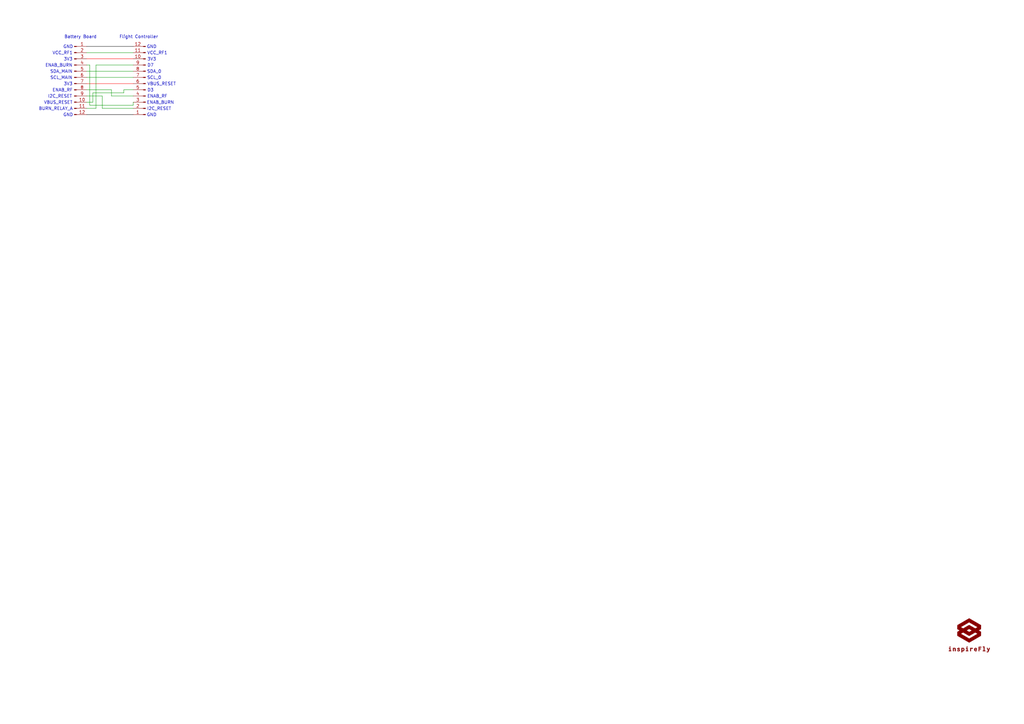
<source format=kicad_sch>
(kicad_sch (version 20231120) (generator "eeschema") (generator_version "8.0")
  (paper "A3")
  (title_block (title "inspireFly Payload Board") (date "2024-01-24") (rev "0.7.3") (company "Author(s): Larsen Van Offeren, Alek Salvetti Tim McEvoy"))
  (lib_symbols
    (symbol "Connector:Conn_01x12_Pin" (pin_names (offset 1.016) hide)
      (property "Reference" "J" (at 0 15.24 0))
      (property "Value" "Conn_01x12_Pin" (at 0 -17.78 0))
      (symbol "Conn_01x12_Pin_1_1"
        (polyline (pts (xy 1.27 -15.24) (xy 0.8636 -15.24)) (stroke (width 0.1524)))
        (polyline (pts (xy 1.27 -12.7) (xy 0.8636 -12.7)) (stroke (width 0.1524)))
        (polyline (pts (xy 1.27 -10.16) (xy 0.8636 -10.16)) (stroke (width 0.1524)))
        (polyline (pts (xy 1.27 -7.62) (xy 0.8636 -7.62)) (stroke (width 0.1524)))
        (polyline (pts (xy 1.27 -5.08) (xy 0.8636 -5.08)) (stroke (width 0.1524)))
        (polyline (pts (xy 1.27 -2.54) (xy 0.8636 -2.54)) (stroke (width 0.1524)))
        (polyline (pts (xy 1.27 0) (xy 0.8636 0)) (stroke (width 0.1524)))
        (polyline (pts (xy 1.27 2.54) (xy 0.8636 2.54)) (stroke (width 0.1524)))
        (polyline (pts (xy 1.27 5.08) (xy 0.8636 5.08)) (stroke (width 0.1524)))
        (polyline (pts (xy 1.27 7.62) (xy 0.8636 7.62)) (stroke (width 0.1524)))
        (polyline (pts (xy 1.27 10.16) (xy 0.8636 10.16)) (stroke (width 0.1524)))
        (polyline (pts (xy 1.27 12.7) (xy 0.8636 12.7)) (stroke (width 0.1524)))
        (rectangle (start 0.8636 -15.113) (end 0 -15.367) (stroke (width 0.1524)) (fill (type outline)))
        (rectangle (start 0.8636 -12.573) (end 0 -12.827) (stroke (width 0.1524)) (fill (type outline)))
        (rectangle (start 0.8636 -10.033) (end 0 -10.287) (stroke (width 0.1524)) (fill (type outline)))
        (rectangle (start 0.8636 -7.493) (end 0 -7.747) (stroke (width 0.1524)) (fill (type outline)))
        (rectangle (start 0.8636 -4.953) (end 0 -5.207) (stroke (width 0.1524)) (fill (type outline)))
        (rectangle (start 0.8636 -2.413) (end 0 -2.667) (stroke (width 0.1524)) (fill (type outline)))
        (rectangle (start 0.8636 0.127) (end 0 -0.127) (stroke (width 0.1524)) (fill (type outline)))
        (rectangle (start 0.8636 2.667) (end 0 2.413) (stroke (width 0.1524)) (fill (type outline)))
        (rectangle (start 0.8636 5.207) (end 0 4.953) (stroke (width 0.1524)) (fill (type outline)))
        (rectangle (start 0.8636 7.747) (end 0 7.493) (stroke (width 0.1524)) (fill (type outline)))
        (rectangle (start 0.8636 10.287) (end 0 10.033) (stroke (width 0.1524)) (fill (type outline)))
        (rectangle (start 0.8636 12.827) (end 0 12.573) (stroke (width 0.1524)) (fill (type outline)))
        (pin passive line (at 5.08 12.7 180) (length 3.81) (name "Pin_1") (number "1"))
        (pin passive line (at 5.08 -10.16 180) (length 3.81) (name "Pin_10") (number "10"))
        (pin passive line (at 5.08 -12.7 180) (length 3.81) (name "Pin_11") (number "11"))
        (pin passive line (at 5.08 -15.24 180) (length 3.81) (name "Pin_12") (number "12"))
        (pin passive line (at 5.08 10.16 180) (length 3.81) (name "Pin_2") (number "2"))
        (pin passive line (at 5.08 7.62 180) (length 3.81) (name "Pin_3") (number "3"))
        (pin passive line (at 5.08 5.08 180) (length 3.81) (name "Pin_4") (number "4"))
        (pin passive line (at 5.08 2.54 180) (length 3.81) (name "Pin_5") (number "5"))
        (pin passive line (at 5.08 0 180) (length 3.81) (name "Pin_6") (number "6"))
        (pin passive line (at 5.08 -2.54 180) (length 3.81) (name "Pin_7") (number "7"))
        (pin passive line (at 5.08 -5.08 180) (length 3.81) (name "Pin_8") (number "8"))
        (pin passive line (at 5.08 -7.62 180) (length 3.81) (name "Pin_9") (number "9"))
      )
    )
    (symbol "PayloadBoard:inspireFlylogo25mm" (pin_names (offset 1.016))
      (symbol "inspireFlylogo25mm_0_0"
        (polyline (pts (xy -7.8042 -5.1567) (xy -7.7288 -5.1066) (xy -7.6865 -5.0518) (xy -7.6679 -4.98) (xy -7.6789 -4.9245) (xy -7.7218 -4.8583) (xy -7.7869 -4.8107) (xy -7.8631 -4.7925) (xy -7.9081 -4.7969) (xy -7.9843 -4.8311) (xy -8.0344 -4.8941) (xy -8.0525 -4.98) (xy -8.0508 -5.0185) (xy -8.0347 -5.0725) (xy -7.9945 -5.1176) (xy -7.9666 -5.1383) (xy -7.8859 -5.1674) (xy -7.8042 -5.1567)) (stroke (width 0.01)) (fill (type outline)))
        (polyline (pts (xy -0.803 -5.1567) (xy -0.7277 -5.1066) (xy -0.6854 -5.0518) (xy -0.6668 -4.98) (xy -0.6777 -4.9245) (xy -0.7207 -4.8583) (xy -0.7858 -4.8107) (xy -0.862 -4.7925) (xy -0.907 -4.7969) (xy -0.9831 -4.8311) (xy -1.0333 -4.8941) (xy -1.0513 -4.98) (xy -1.0496 -5.0185) (xy -1.0335 -5.0725) (xy -0.9933 -5.1176) (xy -0.9654 -5.1383) (xy -0.8848 -5.1674) (xy -0.803 -5.1567)) (stroke (width 0.01)) (fill (type outline)))
        (polyline (pts (xy -7.397 -6.5844) (xy -7.397 -6.4594) (xy -7.5429 -6.4594) (xy -7.6888 -6.4594) (xy -7.6888 -5.9281) (xy -7.6888 -5.3967) (xy -7.9909 -5.3967) (xy -8.293 -5.3967) (xy -8.293 -5.5217) (xy -8.293 -5.6468) (xy -8.1472 -5.6468) (xy -8.0013 -5.6468) (xy -8.0013 -6.0531) (xy -8.0013 -6.4594) (xy -8.1576 -6.4594) (xy -8.3139 -6.4594) (xy -8.3139 -6.5844) (xy -8.3139 -6.7094) (xy -7.8555 -6.7094) (xy -7.397 -6.7094) (xy -7.397 -6.5844)) (stroke (width 0.01)) (fill (type outline)))
        (polyline (pts (xy -0.3959 -6.5844) (xy -0.3959 -6.4594) (xy -0.5418 -6.4594) (xy -0.6876 -6.4594) (xy -0.6876 -5.9281) (xy -0.6876 -5.3967) (xy -0.9897 -5.3967) (xy -1.2919 -5.3967) (xy -1.2919 -5.5217) (xy -1.2919 -5.6468) (xy -1.146 -5.6468) (xy -1.0002 -5.6468) (xy -1.0002 -6.0531) (xy -1.0002 -6.4594) (xy -1.1564 -6.4594) (xy -1.3127 -6.4594) (xy -1.3127 -6.5844) (xy -1.3127 -6.7094) (xy -0.8543 -6.7094) (xy -0.3959 -6.7094) (xy -0.3959 -6.5844)) (stroke (width 0.01)) (fill (type outline)))
        (polyline (pts (xy 6.1203 -6.7046) (xy 6.6356 -6.699) (xy 6.637 -6.5792) (xy 6.6383 -6.4594) (xy 6.4551 -6.4594) (xy 6.2719 -6.4594) (xy 6.2719 -5.6363) (xy 6.2719 -4.8133) (xy 5.9489 -4.8133) (xy 5.6259 -4.8133) (xy 5.6259 -4.9383) (xy 5.6259 -5.0633) (xy 5.7926 -5.0633) (xy 5.9593 -5.0633) (xy 5.9593 -5.7614) (xy 5.9593 -6.4594) (xy 5.7822 -6.4594) (xy 5.6051 -6.4594) (xy 5.6051 -6.5848) (xy 5.6051 -6.7102) (xy 6.1203 -6.7046)) (stroke (width 0.01)) (fill (type outline)))
        (polyline (pts (xy 4.1674 -6.3003) (xy 4.1674 -5.8968) (xy 4.4799 -5.8968) (xy 4.7925 -5.8968) (xy 4.7925 -5.7718) (xy 4.7925 -5.6468) (xy 4.4799 -5.6468) (xy 4.1674 -5.6468) (xy 4.1674 -5.4384) (xy 4.1674 -5.23) (xy 4.5528 -5.23) (xy 4.9383 -5.23) (xy 4.9383 -5.0946) (xy 4.9383 -4.9591) (xy 4.3966 -4.9591) (xy 3.8548 -4.9591) (xy 3.8548 -5.8204) (xy 3.8549 -5.907) (xy 3.8553 -6.0868) (xy 3.8562 -6.2515) (xy 3.8575 -6.3966) (xy 3.8592 -6.5176) (xy 3.8611 -6.6102) (xy 3.8632 -6.6699) (xy 3.8656 -6.6924) (xy 3.8659 -6.6927) (xy 3.8922 -6.698) (xy 3.9481 -6.7019) (xy 4.0218 -6.7035) (xy 4.1674 -6.7038) (xy 4.1674 -6.3003)) (stroke (width 0.01)) (fill (type outline)))
        (polyline (pts (xy 0.7294 -6.35) (xy 0.7298 -6.2647) (xy 0.7328 -6.1207) (xy 0.74 -6.0092) (xy 0.7522 -5.9238) (xy 0.7706 -5.8586) (xy 0.7963 -5.8074) (xy 0.8302 -5.764) (xy 0.8913 -5.7116) (xy 0.9839 -5.667) (xy 1.0814 -5.6509) (xy 1.1746 -5.6631) (xy 1.2548 -5.7036) (xy 1.3129 -5.7721) (xy 1.3201 -5.7843) (xy 1.333 -5.7932) (xy 1.3491 -5.7798) (xy 1.3729 -5.7387) (xy 1.4092 -5.6648) (xy 1.4818 -5.5133) (xy 1.4337 -5.4765) (xy 1.4121 -5.4609) (xy 1.2962 -5.4046) (xy 1.1692 -5.3797) (xy 1.0411 -5.386) (xy 0.9217 -5.4233) (xy 0.8208 -5.4913) (xy 0.7929 -5.5171) (xy 0.7549 -5.5504) (xy 0.7368 -5.5634) (xy 0.7351 -5.5613) (xy 0.731 -5.5323) (xy 0.7293 -5.4801) (xy 0.7293 -5.3967) (xy 0.573 -5.3967) (xy 0.4167 -5.3967) (xy 0.4167 -6.0531) (xy 0.4167 -6.7094) (xy 0.573 -6.7094) (xy 0.7293 -6.7094) (xy 0.7294 -6.35)) (stroke (width 0.01)) (fill (type outline)))
        (polyline (pts (xy -6.3344 -6.2712) (xy -6.3343 -6.2199) (xy -6.333 -6.0667) (xy -6.3297 -5.9491) (xy -6.3242 -5.8626) (xy -6.3163 -5.8025) (xy -6.3057 -5.7643) (xy -6.2983 -5.7489) (xy -6.2445 -5.6869) (xy -6.169 -5.647) (xy -6.084 -5.6316) (xy -6.0013 -5.6432) (xy -5.933 -5.6846) (xy -5.912 -5.7106) (xy -5.8922 -5.7516) (xy -5.8775 -5.8084) (xy -5.8671 -5.8864) (xy -5.8605 -5.9905) (xy -5.8568 -6.1259) (xy -5.8556 -6.2979) (xy -5.8551 -6.7094) (xy -5.6989 -6.7094) (xy -5.5426 -6.7094) (xy -5.5426 -6.2658) (xy -5.5427 -6.201) (xy -5.5459 -6.0106) (xy -5.5542 -5.8558) (xy -5.5689 -5.732) (xy -5.5913 -5.6346) (xy -5.6227 -5.5589) (xy -5.6645 -5.5004) (xy -5.7178 -5.4545) (xy -5.7841 -5.4166) (xy -5.852 -5.3915) (xy -5.9776 -5.3777) (xy -6.1074 -5.3996) (xy -6.2323 -5.4566) (xy -6.3344 -5.52) (xy -6.3344 -5.4584) (xy -6.3344 -5.3967) (xy -6.4906 -5.3967) (xy -6.6469 -5.3967) (xy -6.6469 -6.0531) (xy -6.6469 -6.7094) (xy -6.4906 -6.7094) (xy -6.3344 -6.7094) (xy -6.3344 -6.2712)) (stroke (width 0.01)) (fill (type outline)))
        (polyline (pts (xy 2.8093 -6.7347) (xy 2.9506 -6.6841) (xy 3.0732 -6.5997) (xy 3.1702 -6.5115) (xy 3.0883 -6.432) (xy 3.0064 -6.3525) (xy 2.9295 -6.4047) (xy 2.8841 -6.4329) (xy 2.7628 -6.4833) (xy 2.6478 -6.497) (xy 2.5438 -6.4754) (xy 2.4556 -6.4202) (xy 2.3877 -6.3327) (xy 2.345 -6.2146) (xy 2.3304 -6.1468) (xy 2.7592 -6.1468) (xy 3.188 -6.1468) (xy 3.188 -5.9943) (xy 3.1875 -5.9577) (xy 3.1695 -5.8051) (xy 3.1242 -5.6768) (xy 3.0492 -5.5651) (xy 3.008 -5.522) (xy 2.8901 -5.4385) (xy 2.7545 -5.3904) (xy 2.6059 -5.3792) (xy 2.4493 -5.406) (xy 2.333 -5.4588) (xy 2.2242 -5.5427) (xy 2.1348 -5.6472) (xy 2.0758 -5.7615) (xy 2.0728 -5.7704) (xy 2.0512 -5.8607) (xy 2.3508 -5.8607) (xy 2.365 -5.8153) (xy 2.3964 -5.7505) (xy 2.447 -5.6801) (xy 2.5266 -5.6248) (xy 2.6192 -5.6052) (xy 2.6516 -5.6081) (xy 2.7347 -5.6405) (xy 2.8063 -5.7007) (xy 2.8565 -5.7787) (xy 2.8755 -5.8645) (xy 2.8755 -5.9176) (xy 2.615 -5.9176) (xy 2.5556 -5.9175) (xy 2.4562 -5.9152) (xy 2.3919 -5.9072) (xy 2.3583 -5.8902) (xy 2.3508 -5.8607) (xy 2.0512 -5.8607) (xy 2.0302 -5.9484) (xy 2.0223 -6.1193) (xy 2.0476 -6.2788) (xy 2.1042 -6.4223) (xy 2.1904 -6.5454) (xy 2.3045 -6.6436) (xy 2.4448 -6.7125) (xy 2.5002 -6.7291) (xy 2.6567 -6.7502) (xy 2.8093 -6.7347)) (stroke (width 0.01)) (fill (type outline)))
        (polyline (pts (xy -2.8546 -6.8616) (xy -2.8546 -6.5554) (xy -2.7869 -6.6207) (xy -2.7283 -6.6689) (xy -2.6225 -6.7183) (xy -2.5035 -6.73) (xy -2.3675 -6.7046) (xy -2.3629 -6.7032) (xy -2.2688 -6.655) (xy -2.1778 -6.5766) (xy -2.0998 -6.4782) (xy -2.0447 -6.3701) (xy -2.0207 -6.2841) (xy -2.0019 -6.1474) (xy -1.9991 -6.0017) (xy -2.0123 -5.8628) (xy -2.0416 -5.7465) (xy -2.0525 -5.7191) (xy -2.1248 -5.5922) (xy -2.219 -5.4919) (xy -2.3295 -5.4213) (xy -2.4504 -5.3831) (xy -2.5761 -5.3803) (xy -2.7008 -5.4158) (xy -2.7207 -5.4256) (xy -2.7802 -5.4642) (xy -2.8206 -5.5033) (xy -2.8546 -5.5518) (xy -2.8546 -5.4743) (xy -2.8546 -5.3967) (xy -3.0109 -5.3967) (xy -3.1672 -5.3967) (xy -3.1672 -6.0536) (xy -2.8371 -6.0536) (xy -2.8337 -5.9542) (xy -2.8233 -5.8745) (xy -2.8218 -5.8675) (xy -2.7815 -5.7583) (xy -2.7205 -5.6801) (xy -2.6432 -5.6354) (xy -2.5543 -5.627) (xy -2.4581 -5.6575) (xy -2.4079 -5.6909) (xy -2.3673 -5.7414) (xy -2.3412 -5.8123) (xy -2.3274 -5.9104) (xy -2.3233 -6.0427) (xy -2.327 -6.1701) (xy -2.3402 -6.2683) (xy -2.3657 -6.3407) (xy -2.4064 -6.3952) (xy -2.465 -6.4394) (xy -2.5196 -6.4647) (xy -2.6104 -6.4753) (xy -2.695 -6.4499) (xy -2.7652 -6.3917) (xy -2.8127 -6.3039) (xy -2.8249 -6.2481) (xy -2.834 -6.1569) (xy -2.8371 -6.0536) (xy -3.1672 -6.0536) (xy -3.1672 -6.2823) (xy -3.1672 -7.1678) (xy -3.0109 -7.1678) (xy -2.8546 -7.1678) (xy -2.8546 -6.8616)) (stroke (width 0.01)) (fill (type outline)))
        (polyline (pts (xy -4.2261 -6.7433) (xy -4.1444 -6.7267) (xy -4.0495 -6.684) (xy -3.9408 -6.6046) (xy -3.8616 -6.5071) (xy -3.8511 -6.4887) (xy -3.8248 -6.4304) (xy -3.8149 -6.3715) (xy -3.8172 -6.2919) (xy -3.818 -6.2819) (xy -3.8284 -6.2055) (xy -3.8489 -6.1523) (xy -3.8856 -6.1057) (xy -3.9283 -6.0726) (xy -3.9957 -6.0324) (xy -4.0756 -5.9909) (xy -4.1562 -5.9541) (xy -4.2255 -5.9277) (xy -4.2714 -5.9176) (xy -4.2927 -5.9124) (xy -4.3431 -5.8931) (xy -4.4072 -5.8645) (xy -4.4738 -5.8278) (xy -4.525 -5.7804) (xy -4.5355 -5.7329) (xy -4.506 -5.6844) (xy -4.4812 -5.6646) (xy -4.4045 -5.636) (xy -4.3123 -5.6321) (xy -4.2157 -5.6514) (xy -4.1261 -5.6922) (xy -4.0545 -5.7526) (xy -4.003 -5.8138) (xy -3.9525 -5.7459) (xy -3.9474 -5.7391) (xy -3.9035 -5.6773) (xy -3.8661 -5.6215) (xy -3.8302 -5.5649) (xy -3.931 -5.5008) (xy -3.9988 -5.4623) (xy -4.138 -5.4076) (xy -4.279 -5.3807) (xy -4.4162 -5.3801) (xy -4.5439 -5.4045) (xy -4.6567 -5.4524) (xy -4.7488 -5.5226) (xy -4.8146 -5.6136) (xy -4.8485 -5.7242) (xy -4.8517 -5.7658) (xy -4.8369 -5.8608) (xy -4.7882 -5.9443) (xy -4.7037 -6.0184) (xy -4.5814 -6.0847) (xy -4.4195 -6.1451) (xy -4.3043 -6.1846) (xy -4.2102 -6.2251) (xy -4.1486 -6.2644) (xy -4.1151 -6.3055) (xy -4.1052 -6.3515) (xy -4.11 -6.4007) (xy -4.1366 -6.4469) (xy -4.1952 -6.4789) (xy -4.246 -6.4932) (xy -4.3625 -6.5005) (xy -4.488 -6.4814) (xy -4.6094 -6.4386) (xy -4.7138 -6.3748) (xy -4.754 -6.3435) (xy -4.7869 -6.3272) (xy -4.8134 -6.336) (xy -4.8426 -6.3735) (xy -4.8835 -6.4435) (xy -4.9398 -6.5423) (xy -4.825 -6.6157) (xy -4.7697 -6.6477) (xy -4.6802 -6.6901) (xy -4.6003 -6.7188) (xy -4.559 -6.7284) (xy -4.4486 -6.7438) (xy -4.3326 -6.7489) (xy -4.2261 -6.7433)) (stroke (width 0.01)) (fill (type outline)))
        (polyline (pts (xy 7.5925 -7.1804) (xy 7.6842 -7.1563) (xy 7.7433 -7.1261) (xy 7.847 -7.0382) (xy 7.9299 -6.9141) (xy 7.9452 -6.8807) (xy 7.9759 -6.8063) (xy 8.0159 -6.704) (xy 8.0631 -6.5802) (xy 8.1149 -6.4416) (xy 8.169 -6.2946) (xy 8.223 -6.1459) (xy 8.2745 -6.0018) (xy 8.3211 -5.8691) (xy 8.3605 -5.7542) (xy 8.3902 -5.6636) (xy 8.4079 -5.6039) (xy 8.4216 -5.5507) (xy 8.4375 -5.4759) (xy 8.4369 -5.4304) (xy 8.416 -5.4068) (xy 8.3707 -5.398) (xy 8.2974 -5.3967) (xy 8.1559 -5.3967) (xy 8.1212 -5.5803) (xy 8.1005 -5.6703) (xy 8.0682 -5.7865) (xy 8.0292 -5.9116) (xy 7.9879 -6.0305) (xy 7.9669 -6.087) (xy 7.9327 -6.1754) (xy 7.9084 -6.2313) (xy 7.8917 -6.2589) (xy 7.8799 -6.263) (xy 7.8707 -6.248) (xy 7.8698 -6.2455) (xy 7.8554 -6.2065) (xy 7.8295 -6.1361) (xy 7.7948 -6.0413) (xy 7.7537 -5.9288) (xy 7.7087 -5.8055) (xy 7.6999 -5.7814) (xy 7.6565 -5.6636) (xy 7.6183 -5.5608) (xy 7.5873 -5.4792) (xy 7.566 -5.4247) (xy 7.5565 -5.4034) (xy 7.5562 -5.4031) (xy 7.5307 -5.3998) (xy 7.4756 -5.399) (xy 7.4022 -5.401) (xy 7.2565 -5.4071) (xy 7.4952 -6.0218) (xy 7.5245 -6.0975) (xy 7.5809 -6.2453) (xy 7.6312 -6.3797) (xy 7.6736 -6.4956) (xy 7.7062 -6.588) (xy 7.7272 -6.6517) (xy 7.7348 -6.6817) (xy 7.7275 -6.7178) (xy 7.6969 -6.7807) (xy 7.6504 -6.8468) (xy 7.5968 -6.9017) (xy 7.591 -6.9064) (xy 7.5317 -6.9344) (xy 7.466 -6.9275) (xy 7.3867 -6.8852) (xy 7.3621 -6.8699) (xy 7.3172 -6.8492) (xy 7.2924 -6.8488) (xy 7.2843 -6.8609) (xy 7.2617 -6.9043) (xy 7.2343 -6.9639) (xy 7.1917 -7.0621) (xy 7.259 -7.1037) (xy 7.2636 -7.1065) (xy 7.3241 -7.1404) (xy 7.3773 -7.1657) (xy 7.3974 -7.1725) (xy 7.4899 -7.186) (xy 7.5925 -7.1804)) (stroke (width 0.01)) (fill (type outline)))
        (polyline (pts (xy 0.0128 -3.186) (xy 0.0255 -3.1802) (xy 0.0466 -3.1694) (xy 0.078 -3.1523) (xy 0.1216 -3.1281) (xy 0.1792 -3.0956) (xy 0.2526 -3.0537) (xy 0.3436 -3.0015) (xy 0.4542 -2.9378) (xy 0.5861 -2.8617) (xy 0.7411 -2.7719) (xy 0.9212 -2.6676) (xy 1.1281 -2.5476) (xy 1.3636 -2.4108) (xy 1.6297 -2.2563) (xy 1.9282 -2.0829) (xy 2.2608 -1.8896) (xy 2.3991 -1.8092) (xy 2.6325 -1.6736) (xy 2.8723 -1.5343) (xy 3.1123 -1.3949) (xy 3.3466 -1.2589) (xy 3.569 -1.1298) (xy 3.7735 -1.011) (xy 3.9542 -0.9062) (xy 4.1048 -0.8188) (xy 4.1385 -0.7993) (xy 4.2918 -0.7102) (xy 4.4329 -0.6278) (xy 4.5579 -0.5546) (xy 4.6627 -0.4928) (xy 4.7434 -0.4449) (xy 4.796 -0.4131) (xy 4.8165 -0.3998) (xy 4.817 -0.3985) (xy 4.8203 -0.3683) (xy 4.8236 -0.3017) (xy 4.8269 -0.2036) (xy 4.83 -0.0785) (xy 4.8329 0.0691) (xy 4.8353 0.2344) (xy 4.8373 0.4129) (xy 4.8445 1.2112) (xy 4.3861 1.4755) (xy 4.2825 1.5353) (xy 4.165 1.6033) (xy 4.0629 1.6624) (xy 3.9814 1.7098) (xy 3.9257 1.7424) (xy 3.9008 1.7572) (xy 3.8993 1.76) (xy 3.9164 1.7807) (xy 3.9683 1.8192) (xy 4.0556 1.876) (xy 4.1788 1.9513) (xy 4.3384 2.0455) (xy 4.4498 2.1106) (xy 4.5655 2.1787) (xy 4.665 2.2377) (xy 4.7433 2.2845) (xy 4.7954 2.3164) (xy 4.8164 2.3302) (xy 4.8169 2.3314) (xy 4.8202 2.3614) (xy 4.8236 2.4276) (xy 4.827 2.5255) (xy 4.8303 2.6504) (xy 4.8334 2.7977) (xy 4.8361 2.9628) (xy 4.8383 3.1411) (xy 4.8468 3.9382) (xy 4.4081 4.1916) (xy 4.3615 4.2186) (xy 4.2167 4.3023) (xy 4.0694 4.3874) (xy 3.9293 4.4685) (xy 3.8059 4.5398) (xy 3.7089 4.5959) (xy 3.6699 4.6185) (xy 3.5844 4.6679) (xy 3.468 4.7351) (xy 3.3236 4.8184) (xy 3.1544 4.9161) (xy 2.9634 5.0263) (xy 2.7536 5.1473) (xy 2.5282 5.2773) (xy 2.2901 5.4147) (xy 2.0425 5.5575) (xy 1.7883 5.704) (xy 1.5307 5.8526) (xy 1.2727 6.0014) (xy 1.0173 6.1486) (xy 0.7677 6.2925) (xy 0.5268 6.4314) (xy 0.3999 6.5043) (xy 0.2807 6.5724) (xy 0.1772 6.6312) (xy 0.0946 6.6776) (xy 0.038 6.7088) (xy 0.0123 6.722) (xy -0.0118 6.7142) (xy -0.0689 6.6867) (xy -0.156 6.641) (xy -0.2703 6.5789) (xy -0.4089 6.5018) (xy -0.5689 6.4114) (xy -0.7474 6.3093) (xy -0.9416 6.1969) (xy -1.065 6.1252) (xy -1.2615 6.011) (xy -1.4847 5.8814) (xy -1.729 5.7395) (xy -1.989 5.5885) (xy -2.2593 5.4315) (xy -2.5344 5.2719) (xy -2.8088 5.1126) (xy -3.0771 4.9569) (xy -3.3339 4.808) (xy -3.4432 4.7445) (xy -3.6657 4.6153) (xy -3.8764 4.4928) (xy -4.0727 4.3785) (xy -4.2519 4.274) (xy -4.4113 4.181) (xy -4.5482 4.1008) (xy -4.6598 4.0353) (xy -4.7435 3.9859) (xy -4.7966 3.9542) (xy -4.8163 3.9418) (xy -4.8168 3.9406) (xy -4.8201 3.9105) (xy -4.8235 3.8442) (xy -4.827 3.7463) (xy -4.8303 3.6213) (xy -4.8335 3.4739) (xy -4.8363 3.3087) (xy -4.8385 3.1418) (xy -3.44 3.1418) (xy -3.3713 3.1835) (xy -3.3493 3.1965) (xy -3.2923 3.2299) (xy -3.2055 3.2805) (xy -3.0922 3.3464) (xy -2.956 3.4255) (xy -2.8002 3.5159) (xy -2.6284 3.6155) (xy -2.444 3.7224) (xy -2.2504 3.8345) (xy -2.1858 3.8719) (xy -1.9678 3.9982) (xy -1.7438 4.128) (xy -1.5199 4.2578) (xy -1.3019 4.3842) (xy -1.0961 4.5037) (xy -0.9082 4.6128) (xy -0.7444 4.7079) (xy -0.6107 4.7857) (xy -0.0233 5.1277) (xy 1.1708 4.437) (xy 1.3892 4.3107) (xy 1.6159 4.1797) (xy 1.8414 4.0494) (xy 2.0608 3.9227) (xy 2.2691 3.8024) (xy 2.4612 3.6915) (xy 2.6323 3.5928) (xy 2.7772 3.5092) (xy 2.8911 3.4436) (xy 2.9272 3.4228) (xy 3.0582 3.3467) (xy 3.1754 3.2775) (xy 3.2745 3.2181) (xy 3.3508 3.1711) (xy 3.3999 3.1393) (xy 3.4172 3.1254) (xy 3.4166 3.1242) (xy 3.3933 3.1066) (xy 3.3406 3.0727) (xy 3.2643 3.0258) (xy 3.1704 2.9694) (xy 3.0646 2.9068) (xy 2.953 2.8416) (xy 2.8412 2.777) (xy 2.7352 2.7165) (xy 2.6408 2.6635) (xy 2.5639 2.6215) (xy 2.5103 2.5938) (xy 2.4859 2.5838) (xy 2.4808 2.5858) (xy 2.4444 2.6046) (xy 2.3764 2.6419) (xy 2.2797 2.6959) (xy 2.1575 2.7648) (xy 2.0126 2.847) (xy 1.8483 2.9408) (xy 1.6675 3.0443) (xy 1.4732 3.1559) (xy 1.2685 3.2739) (xy 1.1811 3.3243) (xy 0.9793 3.4407) (xy 0.7888 3.5504) (xy 0.6124 3.6518) (xy 0.4535 3.743) (xy 0.3151 3.8223) (xy 0.2003 3.8879) (xy 0.1123 3.9379) (xy 0.0541 3.9707) (xy 0.0288 3.9844) (xy 0.0187 3.9862) (xy -0.0017 3.9826) (xy -0.033 3.9714) (xy -0.0778 3.9512) (xy -0.1386 3.9208) (xy -0.2179 3.8787) (xy -0.3182 3.8237) (xy -0.4419 3.7543) (xy -0.5916 3.6691) (xy -0.7697 3.567) (xy -0.9788 3.4464) (xy -1.2214 3.306) (xy -1.321 3.2483) (xy -1.5224 3.1319) (xy -1.7122 3.0223) (xy -1.8873 2.9215) (xy -2.0446 2.8311) (xy -2.1812 2.7529) (xy -2.294 2.6887) (xy -2.3799 2.6401) (xy -2.4358 2.609) (xy -2.4587 2.597) (xy -2.4703 2.5973) (xy -2.515 2.6125) (xy -2.5804 2.6435) (xy -2.6567 2.6859) (xy -2.6918 2.7067) (xy -2.7832 2.7604) (xy -2.8942 2.8254) (xy -3.014 2.8952) (xy -3.1317 2.9634) (xy -3.44 3.1418) (xy -4.8385 3.1418) (xy -4.8386 3.1304) (xy -4.8475 2.3331) (xy -4.3938 2.0707) (xy -4.2951 2.0135) (xy -4.1772 1.9448) (xy -4.0744 1.8845) (xy -3.9918 1.8356) (xy -3.9347 1.8012) (xy -3.9086 1.7846) (xy -3.9062 1.7796) (xy -1.0781 1.7796) (xy -1.0768 1.7809) (xy -1.0508 1.7979) (xy -0.9943 1.8322) (xy -0.9119 1.8813) (xy -0.8078 1.9425) (xy -0.6866 2.0132) (xy -0.5527 2.0908) (xy -0.0223 2.397) (xy 0.5254 2.0821) (xy 0.5799 2.0507) (xy 0.7125 1.9743) (xy 0.8313 1.9058) (xy 0.9317 1.8477) (xy 1.0094 1.8027) (xy 1.0599 1.7732) (xy 1.0786 1.7619) (xy 1.0781 1.7611) (xy 1.055 1.7455) (xy 1.0013 1.7123) (xy 0.9215 1.6642) (xy 0.8198 1.6037) (xy 0.7009 1.5336) (xy 0.5692 1.4565) (xy 0.5433 1.4415) (xy 0.4118 1.3652) (xy 0.2926 1.2965) (xy 0.1902 1.238) (xy 0.1095 1.1925) (xy 0.0553 1.1627) (xy 0.0323 1.1512) (xy 0.0308 1.1515) (xy 0.0034 1.1644) (xy -0.0536 1.1944) (xy -0.1347 1.2386) (xy -0.2345 1.2938) (xy -0.3476 1.3569) (xy -0.4685 1.4249) (xy -0.5918 1.4947) (xy -0.7121 1.5633) (xy -0.8239 1.6275) (xy -0.9218 1.6843) (xy -1.0005 1.7307) (xy -1.0543 1.7634) (xy -1.0781 1.7796) (xy -3.9062 1.7796) (xy -3.904 1.7751) (xy -3.914 1.7587) (xy -3.9433 1.734) (xy -3.9953 1.6984) (xy -4.0735 1.6498) (xy -4.1813 1.5858) (xy -4.3222 1.5041) (xy -4.413 1.4516) (xy -4.5304 1.3834) (xy -4.633 1.3232) (xy -4.7155 1.2743) (xy -4.7725 1.2397) (xy -4.7988 1.2228) (xy -4.8065 1.2123) (xy -4.8134 1.1901) (xy -4.8192 1.153) (xy -4.8239 1.0969) (xy -4.8278 1.0183) (xy -4.831 0.9132) (xy -4.8338 0.7778) (xy -4.8364 0.6084) (xy -4.8387 0.4111) (xy -3.4406 0.4111) (xy -3.3612 0.4582) (xy -3.3256 0.4793) (xy -3.2102 0.5471) (xy -3.0878 0.6185) (xy -2.9637 0.6903) (xy -2.8433 0.7594) (xy -2.732 0.8229) (xy -2.6351 0.8776) (xy -2.558 0.9205) (xy -2.5062 0.9484) (xy -2.485 0.9584) (xy -2.4792 0.9569) (xy -2.4659 0.951) (xy -2.4432 0.9395) (xy -2.409 0.921) (xy -2.3608 0.8943) (xy -2.2967 0.8581) (xy -2.2142 0.8112) (xy -2.1113 0.7522) (xy -1.9856 0.68) (xy -1.835 0.5931) (xy -1.6573 0.4905) (xy -1.4501 0.3708) (xy -1.2114 0.2327) (xy -0.9388 0.0749) (xy -0.8813 0.0416) (xy -0.7049 -0.0603) (xy -0.5407 -0.1552) (xy -0.3918 -0.241) (xy -0.2619 -0.3158) (xy -0.1544 -0.3775) (xy -0.0726 -0.4243) (xy -0.02 -0.4541) (xy 0 -0.465) (xy 0.0015 -0.4647) (xy 0.029 -0.4512) (xy 0.0876 -0.4194) (xy 0.1735 -0.3715) (xy 0.2826 -0.3098) (xy 0.4109 -0.2366) (xy 0.5546 -0.154) (xy 0.7096 -0.0643) (xy 0.815 -0.0031) (xy 1.0096 0.1098) (xy 1.2134 0.2282) (xy 1.4174 0.3466) (xy 1.6125 0.4599) (xy 1.7898 0.5627) (xy 1.94 0.6499) (xy 2.4735 0.9596) (xy 2.9396 0.6899) (xy 3.0522 0.6244) (xy 3.1673 0.5564) (xy 3.2656 0.4973) (xy 3.3422 0.4501) (xy 3.3924 0.4176) (xy 3.4113 0.4029) (xy 3.4106 0.4018) (xy 3.386 0.3845) (xy 3.3285 0.3482) (xy 3.2404 0.2942) (xy 3.1243 0.2241) (xy 2.9827 0.1394) (xy 2.818 0.0414) (xy 2.6327 -0.0682) (xy 2.4293 -0.188) (xy 2.2104 -0.3165) (xy 1.9784 -0.4523) (xy 1.7357 -0.5938) (xy 1.683 -0.6245) (xy 1.4418 -0.765) (xy 1.2111 -0.899) (xy 0.9937 -1.0253) (xy 0.7919 -1.1423) (xy 0.6084 -1.2485) (xy 0.4457 -1.3426) (xy 0.3063 -1.423) (xy 0.1927 -1.4882) (xy 0.1075 -1.5369) (xy 0.0532 -1.5674) (xy 0.0324 -1.5785) (xy 0.0097 -1.5719) (xy -0.0419 -1.5478) (xy -0.1138 -1.51) (xy -0.1979 -1.4624) (xy -0.2218 -1.4485) (xy -0.313 -1.3955) (xy -0.4285 -1.3285) (xy -0.5596 -1.2525) (xy -0.6975 -1.1726) (xy -0.8335 -1.0939) (xy -0.8576 -1.08) (xy -1.0055 -0.9943) (xy -1.1623 -0.9036) (xy -1.3167 -0.8143) (xy -1.4573 -0.7329) (xy -1.5732 -0.6659) (xy -1.65 -0.6215) (xy -1.7678 -0.5535) (xy -1.9096 -0.4717) (xy -2.0686 -0.38) (xy -2.2384 -0.2821) (xy -2.4123 -0.1819) (xy -2.5838 -0.0832) (xy -2.605 -0.071) (xy -2.7629 0.0199) (xy -2.9116 0.1056) (xy -3.0468 0.1835) (xy -3.1638 0.2509) (xy -3.2582 0.3054) (xy -3.3255 0.3442) (xy -3.3612 0.3649) (xy -3.4406 0.4111) (xy -4.8387 0.4111) (xy -4.8388 0.4011) (xy -4.8475 -0.396) (xy -3.377 -1.2444) (xy -3.1961 -1.3487) (xy -2.929 -1.5029) (xy -2.6535 -1.6619) (xy -2.3753 -1.8224) (xy -2.0998 -1.9814) (xy -1.8326 -2.1356) (xy -1.5794 -2.2817) (xy -1.3456 -2.4167) (xy -1.1368 -2.5372) (xy -0.9585 -2.6401) (xy -0.8831 -2.6836) (xy -0.7053 -2.7859) (xy -0.5397 -2.8809) (xy -0.3898 -2.9666) (xy -0.2588 -3.041) (xy -0.1503 -3.1022) (xy -0.0676 -3.1484) (xy -0.0141 -3.1776) (xy 0.0067 -3.1877) (xy 0.0069 -3.1877) (xy 0.0128 -3.186)) (stroke (width 0.01)) (fill (type outline)))
      )
    )
  )
  (wire (pts (xy 38.1 38.1) (xy 50.8 38.1)))
  (wire (pts (xy 45.72 36.83) (xy 35.56 36.83)))
  (wire (pts (xy 35.56 46.99) (xy 54.61 46.99)) (stroke (width 0) (color 0 0 0 1)))
  (wire (pts (xy 35.56 24.13) (xy 54.61 24.13)) (stroke (width 0) (color 255 0 0 1)))
  (wire (pts (xy 39.37 26.67) (xy 39.37 44.45)))
  (wire (pts (xy 35.56 29.21) (xy 54.61 29.21)))
  (wire (pts (xy 45.72 39.37) (xy 45.72 36.83)))
  (wire (pts (xy 35.56 19.05) (xy 54.61 19.05)) (stroke (width 0) (color 0 0 0 1)))
  (wire (pts (xy 54.61 44.45) (xy 41.91 44.45)))
  (wire (pts (xy 35.56 31.75) (xy 54.61 31.75)))
  (wire (pts (xy 54.61 39.37) (xy 45.72 39.37)))
  (wire (pts (xy 35.56 44.45) (xy 39.37 44.45)))
  (wire (pts (xy 39.37 26.67) (xy 54.61 26.67)))
  (wire (pts (xy 35.56 21.59) (xy 54.61 21.59)))
  (wire (pts (xy 54.61 43.18) (xy 54.61 41.91)))
  (wire (pts (xy 36.83 43.18) (xy 54.61 43.18)))
  (wire (pts (xy 35.56 26.67) (xy 36.83 26.67)))
  (wire (pts (xy 35.56 34.29) (xy 54.61 34.29)) (stroke (width 0) (color 255 0 0 1)))
  (wire (pts (xy 41.91 39.37) (xy 35.56 39.37)))
  (wire (pts (xy 35.56 41.91) (xy 38.1 41.91)))
  (wire (pts (xy 36.83 26.67) (xy 36.83 43.18)))
  (wire (pts (xy 38.1 38.1) (xy 38.1 41.91)))
  (wire (pts (xy 50.8 36.83) (xy 54.61 36.83)))
  (wire (pts (xy 41.91 44.45) (xy 41.91 39.37)))
  (wire (pts (xy 50.8 38.1) (xy 50.8 36.83)))
  (text "Battery Board" (at 33.02 15.24 0) (effects (font (size 1.27 1.27))))
  (text "ENAB_RF" (at 25.654 37.084 0) (effects (font (size 1.27 1.27))))
  (text "SDA_0\n" (at 63.246 29.464 0) (effects (font (size 1.27 1.27))))
  (text "GND" (at 27.94 47.244 0) (effects (font (size 1.27 1.27))))
  (text "D3\n" (at 61.722 37.084 0) (effects (font (size 1.27 1.27))))
  (text "D7\n" (at 61.722 26.924 0) (effects (font (size 1.27 1.27))))
  (text "3V3" (at 27.94 34.544 0) (effects (font (size 1.27 1.27))))
  (text "BURN_RELAY_A\n" (at 22.86 44.704 0) (effects (font (size 1.27 1.27))))
  (text "VBUS_RESET" (at 66.294 34.544 0) (effects (font (size 1.27 1.27))))
  (text "3V3" (at 62.23 24.384 0) (effects (font (size 1.27 1.27))))
  (text "VCC_RF1" (at 25.654 21.844 0) (effects (font (size 1.27 1.27))))
  (text "SCL_MAIN\n" (at 25.146 32.004 0) (effects (font (size 1.27 1.27))))
  (text "SDA_MAIN" (at 25.146 29.464 0) (effects (font (size 1.27 1.27))))
  (text "Flight Controller" (at 56.896 15.24 0) (effects (font (size 1.27 1.27))))
  (text "3V3" (at 27.94 24.384 0) (effects (font (size 1.27 1.27))))
  (text "GND" (at 62.23 47.244 0) (effects (font (size 1.27 1.27))))
  (text "VBUS_RESET" (at 23.876 42.164 0) (effects (font (size 1.27 1.27))))
  (text "GND" (at 62.23 19.304 0) (effects (font (size 1.27 1.27))))
  (text "GND" (at 27.94 19.304 0) (effects (font (size 1.27 1.27))))
  (text "I2C_RESET" (at 65.278 44.704 0) (effects (font (size 1.27 1.27))))
  (text "SCL_0\n" (at 63.246 32.004 0) (effects (font (size 1.27 1.27))))
  (text "VCC_RF1" (at 64.516 21.844 0) (effects (font (size 1.27 1.27))))
  (text "ENAB_RF" (at 64.516 39.624 0) (effects (font (size 1.27 1.27))))
  (text "ENAB_BURN" (at 24.13 26.924 0) (effects (font (size 1.27 1.27))))
  (text "ENAB_BURN\n" (at 65.786 42.164 0) (effects (font (size 1.27 1.27))))
  (text "I2C_RESET" (at 24.638 39.624 0) (effects (font (size 1.27 1.27))))
  (symbol (lib_id "Connector:Conn_01x12_Pin") (at 30.48 31.75 0) (unit 1)
    (property "Reference" "J1" (effects (hide yes)))
    (property "Value" "Conn_01x12_Pin" (effects (hide yes)))
    (property "Description" "Generic connector, single row, 01x12, script generated" (effects (hide yes)))
  )
  (symbol (lib_id "Connector:Conn_01x12_Pin") (at 59.69 34.29 180) (unit 1)
    (property "Reference" "J2" (effects (hide yes)))
    (property "Value" "Conn_01x12_Pin" (effects (hide yes)))
    (property "Description" "Generic connector, single row, 01x12, script generated" (effects (hide yes)))
  )
  (symbol (lib_id "PayloadBoard:inspireFlylogo25mm") (at 397.51 260.35 0) (unit 1)
    (property "Reference" "#G1" (effects (hide yes)))
    (property "Value" "inspireFlylogo25mm" (effects (hide yes)))
  )
)
</source>
